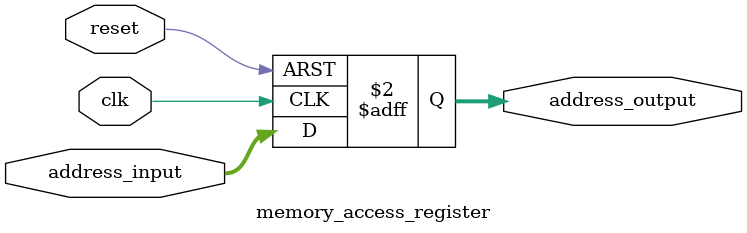
<source format=sv>
`timescale 1 ns / 1 ps

module memory_access_register (
    input wire clk,
    input wire reset,
    input wire [15:0] address_input,  // Assuming a 16-bit address bus
    output reg [15:0] address_output
);

    always @(posedge clk or posedge reset) begin
        if (reset) begin
            // Initialize MAR to 0 on reset
            address_output <= 16'b0000000000000000;
        end else begin
            // Update MAR with the input address on each clock edge
            address_output <= address_input;
        end
    end

endmodule

</source>
